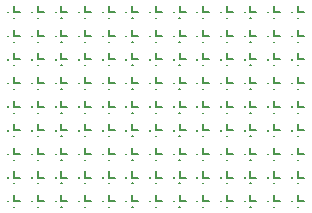
<source format=gto>
G04 #@! TF.GenerationSoftware,KiCad,Pcbnew,9.0.1-9.0.1-0~ubuntu24.04.1*
G04 #@! TF.CreationDate,2025-05-10T10:51:42+02:00*
G04 #@! TF.ProjectId,ILM139C,494c4d31-3339-4432-9e6b-696361645f70,v0.1.0*
G04 #@! TF.SameCoordinates,Original*
G04 #@! TF.FileFunction,Legend,Top*
G04 #@! TF.FilePolarity,Positive*
%FSLAX46Y46*%
G04 Gerber Fmt 4.6, Leading zero omitted, Abs format (unit mm)*
G04 Created by KiCad (PCBNEW 9.0.1-9.0.1-0~ubuntu24.04.1) date 2025-05-10 10:51:42*
%MOMM*%
%LPD*%
G01*
G04 APERTURE LIST*
%ADD10C,0.150000*%
G04 APERTURE END LIST*
D10*
X98500000Y-57980000D02*
X98500000Y-58020000D01*
X98990000Y-58500000D02*
X99020000Y-58500000D01*
X99000000Y-58000000D02*
X99000000Y-57490000D01*
X99510000Y-58000000D02*
X99000000Y-58000000D01*
X102500000Y-51980000D02*
X102500000Y-52020000D01*
X102990000Y-52500000D02*
X103020000Y-52500000D01*
X103000000Y-52000000D02*
X103000000Y-51490000D01*
X103510000Y-52000000D02*
X103000000Y-52000000D01*
X100500000Y-61980000D02*
X100500000Y-62020000D01*
X100990000Y-62500000D02*
X101020000Y-62500000D01*
X101000000Y-62000000D02*
X101000000Y-61490000D01*
X101510000Y-62000000D02*
X101000000Y-62000000D01*
X92500000Y-61980000D02*
X92500000Y-62020000D01*
X92990000Y-62500000D02*
X93020000Y-62500000D01*
X93000000Y-62000000D02*
X93000000Y-61490000D01*
X93510000Y-62000000D02*
X93000000Y-62000000D01*
X94500000Y-61980000D02*
X94500000Y-62020000D01*
X94990000Y-62500000D02*
X95020000Y-62500000D01*
X95000000Y-62000000D02*
X95000000Y-61490000D01*
X95510000Y-62000000D02*
X95000000Y-62000000D01*
X108500000Y-65980000D02*
X108500000Y-66020000D01*
X108990000Y-66500000D02*
X109020000Y-66500000D01*
X109000000Y-66000000D02*
X109000000Y-65490000D01*
X109510000Y-66000000D02*
X109000000Y-66000000D01*
X96500000Y-67980000D02*
X96500000Y-68020000D01*
X96990000Y-68500000D02*
X97020000Y-68500000D01*
X97000000Y-68000000D02*
X97000000Y-67490000D01*
X97510000Y-68000000D02*
X97000000Y-68000000D01*
X108500000Y-67980000D02*
X108500000Y-68020000D01*
X108990000Y-68500000D02*
X109020000Y-68500000D01*
X109000000Y-68000000D02*
X109000000Y-67490000D01*
X109510000Y-68000000D02*
X109000000Y-68000000D01*
X106500000Y-51980000D02*
X106500000Y-52020000D01*
X106990000Y-52500000D02*
X107020000Y-52500000D01*
X107000000Y-52000000D02*
X107000000Y-51490000D01*
X107510000Y-52000000D02*
X107000000Y-52000000D01*
X98500000Y-53980000D02*
X98500000Y-54020000D01*
X98990000Y-54500000D02*
X99020000Y-54500000D01*
X99000000Y-54000000D02*
X99000000Y-53490000D01*
X99510000Y-54000000D02*
X99000000Y-54000000D01*
X100500000Y-57980000D02*
X100500000Y-58020000D01*
X100990000Y-58500000D02*
X101020000Y-58500000D01*
X101000000Y-58000000D02*
X101000000Y-57490000D01*
X101510000Y-58000000D02*
X101000000Y-58000000D01*
X104500000Y-55980000D02*
X104500000Y-56020000D01*
X104990000Y-56500000D02*
X105020000Y-56500000D01*
X105000000Y-56000000D02*
X105000000Y-55490000D01*
X105510000Y-56000000D02*
X105000000Y-56000000D01*
X102500000Y-63980000D02*
X102500000Y-64020000D01*
X102990000Y-64500000D02*
X103020000Y-64500000D01*
X103000000Y-64000000D02*
X103000000Y-63490000D01*
X103510000Y-64000000D02*
X103000000Y-64000000D01*
X108500000Y-63980000D02*
X108500000Y-64020000D01*
X108990000Y-64500000D02*
X109020000Y-64500000D01*
X109000000Y-64000000D02*
X109000000Y-63490000D01*
X109510000Y-64000000D02*
X109000000Y-64000000D01*
X90500000Y-51980000D02*
X90500000Y-52020000D01*
X90990000Y-52500000D02*
X91020000Y-52500000D01*
X91000000Y-52000000D02*
X91000000Y-51490000D01*
X91510000Y-52000000D02*
X91000000Y-52000000D01*
X106500000Y-57980000D02*
X106500000Y-58020000D01*
X106990000Y-58500000D02*
X107020000Y-58500000D01*
X107000000Y-58000000D02*
X107000000Y-57490000D01*
X107510000Y-58000000D02*
X107000000Y-58000000D01*
X104500000Y-67980000D02*
X104500000Y-68020000D01*
X104990000Y-68500000D02*
X105020000Y-68500000D01*
X105000000Y-68000000D02*
X105000000Y-67490000D01*
X105510000Y-68000000D02*
X105000000Y-68000000D01*
X92500000Y-65980000D02*
X92500000Y-66020000D01*
X92990000Y-66500000D02*
X93020000Y-66500000D01*
X93000000Y-66000000D02*
X93000000Y-65490000D01*
X93510000Y-66000000D02*
X93000000Y-66000000D01*
X110500000Y-61980000D02*
X110500000Y-62020000D01*
X110990000Y-62500000D02*
X111020000Y-62500000D01*
X111000000Y-62000000D02*
X111000000Y-61490000D01*
X111510000Y-62000000D02*
X111000000Y-62000000D01*
X96500000Y-57980000D02*
X96500000Y-58020000D01*
X96990000Y-58500000D02*
X97020000Y-58500000D01*
X97000000Y-58000000D02*
X97000000Y-57490000D01*
X97510000Y-58000000D02*
X97000000Y-58000000D01*
X112500000Y-57980000D02*
X112500000Y-58020000D01*
X112990000Y-58500000D02*
X113020000Y-58500000D01*
X113000000Y-58000000D02*
X113000000Y-57490000D01*
X113510000Y-58000000D02*
X113000000Y-58000000D01*
X112500000Y-65980000D02*
X112500000Y-66020000D01*
X112990000Y-66500000D02*
X113020000Y-66500000D01*
X113000000Y-66000000D02*
X113000000Y-65490000D01*
X113510000Y-66000000D02*
X113000000Y-66000000D01*
X98500000Y-65980000D02*
X98500000Y-66020000D01*
X98990000Y-66500000D02*
X99020000Y-66500000D01*
X99000000Y-66000000D02*
X99000000Y-65490000D01*
X99510000Y-66000000D02*
X99000000Y-66000000D01*
X102500000Y-65980000D02*
X102500000Y-66020000D01*
X102990000Y-66500000D02*
X103020000Y-66500000D01*
X103000000Y-66000000D02*
X103000000Y-65490000D01*
X103510000Y-66000000D02*
X103000000Y-66000000D01*
X94500000Y-51980000D02*
X94500000Y-52020000D01*
X94990000Y-52500000D02*
X95020000Y-52500000D01*
X95000000Y-52000000D02*
X95000000Y-51490000D01*
X95510000Y-52000000D02*
X95000000Y-52000000D01*
X102500000Y-67980000D02*
X102500000Y-68020000D01*
X102990000Y-68500000D02*
X103020000Y-68500000D01*
X103000000Y-68000000D02*
X103000000Y-67490000D01*
X103510000Y-68000000D02*
X103000000Y-68000000D01*
X112500000Y-55980000D02*
X112500000Y-56020000D01*
X112990000Y-56500000D02*
X113020000Y-56500000D01*
X113000000Y-56000000D02*
X113000000Y-55490000D01*
X113510000Y-56000000D02*
X113000000Y-56000000D01*
X102500000Y-59980000D02*
X102500000Y-60020000D01*
X102990000Y-60500000D02*
X103020000Y-60500000D01*
X103000000Y-60000000D02*
X103000000Y-59490000D01*
X103510000Y-60000000D02*
X103000000Y-60000000D01*
X100500000Y-51980000D02*
X100500000Y-52020000D01*
X100990000Y-52500000D02*
X101020000Y-52500000D01*
X101000000Y-52000000D02*
X101000000Y-51490000D01*
X101510000Y-52000000D02*
X101000000Y-52000000D01*
X108500000Y-57980000D02*
X108500000Y-58020000D01*
X108990000Y-58500000D02*
X109020000Y-58500000D01*
X109000000Y-58000000D02*
X109000000Y-57490000D01*
X109510000Y-58000000D02*
X109000000Y-58000000D01*
X96500000Y-53980000D02*
X96500000Y-54020000D01*
X96990000Y-54500000D02*
X97020000Y-54500000D01*
X97000000Y-54000000D02*
X97000000Y-53490000D01*
X97510000Y-54000000D02*
X97000000Y-54000000D01*
X114500000Y-55980000D02*
X114500000Y-56020000D01*
X114990000Y-56500000D02*
X115020000Y-56500000D01*
X115000000Y-56000000D02*
X115000000Y-55490000D01*
X115510000Y-56000000D02*
X115000000Y-56000000D01*
X90500000Y-55980000D02*
X90500000Y-56020000D01*
X90990000Y-56500000D02*
X91020000Y-56500000D01*
X91000000Y-56000000D02*
X91000000Y-55490000D01*
X91510000Y-56000000D02*
X91000000Y-56000000D01*
X106500000Y-59980000D02*
X106500000Y-60020000D01*
X106990000Y-60500000D02*
X107020000Y-60500000D01*
X107000000Y-60000000D02*
X107000000Y-59490000D01*
X107510000Y-60000000D02*
X107000000Y-60000000D01*
X112500000Y-59980000D02*
X112500000Y-60020000D01*
X112990000Y-60500000D02*
X113020000Y-60500000D01*
X113000000Y-60000000D02*
X113000000Y-59490000D01*
X113510000Y-60000000D02*
X113000000Y-60000000D01*
X114500000Y-67980000D02*
X114500000Y-68020000D01*
X114990000Y-68500000D02*
X115020000Y-68500000D01*
X115000000Y-68000000D02*
X115000000Y-67490000D01*
X115510000Y-68000000D02*
X115000000Y-68000000D01*
X104500000Y-59980000D02*
X104500000Y-60020000D01*
X104990000Y-60500000D02*
X105020000Y-60500000D01*
X105000000Y-60000000D02*
X105000000Y-59490000D01*
X105510000Y-60000000D02*
X105000000Y-60000000D01*
X100500000Y-59980000D02*
X100500000Y-60020000D01*
X100990000Y-60500000D02*
X101020000Y-60500000D01*
X101000000Y-60000000D02*
X101000000Y-59490000D01*
X101510000Y-60000000D02*
X101000000Y-60000000D01*
X102500000Y-61980000D02*
X102500000Y-62020000D01*
X102990000Y-62500000D02*
X103020000Y-62500000D01*
X103000000Y-62000000D02*
X103000000Y-61490000D01*
X103510000Y-62000000D02*
X103000000Y-62000000D01*
X106500000Y-63980000D02*
X106500000Y-64020000D01*
X106990000Y-64500000D02*
X107020000Y-64500000D01*
X107000000Y-64000000D02*
X107000000Y-63490000D01*
X107510000Y-64000000D02*
X107000000Y-64000000D01*
X114500000Y-61980000D02*
X114500000Y-62020000D01*
X114990000Y-62500000D02*
X115020000Y-62500000D01*
X115000000Y-62000000D02*
X115000000Y-61490000D01*
X115510000Y-62000000D02*
X115000000Y-62000000D01*
X112500000Y-61980000D02*
X112500000Y-62020000D01*
X112990000Y-62500000D02*
X113020000Y-62500000D01*
X113000000Y-62000000D02*
X113000000Y-61490000D01*
X113510000Y-62000000D02*
X113000000Y-62000000D01*
X102500000Y-55980000D02*
X102500000Y-56020000D01*
X102990000Y-56500000D02*
X103020000Y-56500000D01*
X103000000Y-56000000D02*
X103000000Y-55490000D01*
X103510000Y-56000000D02*
X103000000Y-56000000D01*
X110500000Y-55980000D02*
X110500000Y-56020000D01*
X110990000Y-56500000D02*
X111020000Y-56500000D01*
X111000000Y-56000000D02*
X111000000Y-55490000D01*
X111510000Y-56000000D02*
X111000000Y-56000000D01*
X106500000Y-55980000D02*
X106500000Y-56020000D01*
X106990000Y-56500000D02*
X107020000Y-56500000D01*
X107000000Y-56000000D02*
X107000000Y-55490000D01*
X107510000Y-56000000D02*
X107000000Y-56000000D01*
X114500000Y-53980000D02*
X114500000Y-54020000D01*
X114990000Y-54500000D02*
X115020000Y-54500000D01*
X115000000Y-54000000D02*
X115000000Y-53490000D01*
X115510000Y-54000000D02*
X115000000Y-54000000D01*
X92500000Y-63980000D02*
X92500000Y-64020000D01*
X92990000Y-64500000D02*
X93020000Y-64500000D01*
X93000000Y-64000000D02*
X93000000Y-63490000D01*
X93510000Y-64000000D02*
X93000000Y-64000000D01*
X110500000Y-53980000D02*
X110500000Y-54020000D01*
X110990000Y-54500000D02*
X111020000Y-54500000D01*
X111000000Y-54000000D02*
X111000000Y-53490000D01*
X111510000Y-54000000D02*
X111000000Y-54000000D01*
X108500000Y-55980000D02*
X108500000Y-56020000D01*
X108990000Y-56500000D02*
X109020000Y-56500000D01*
X109000000Y-56000000D02*
X109000000Y-55490000D01*
X109510000Y-56000000D02*
X109000000Y-56000000D01*
X110500000Y-59980000D02*
X110500000Y-60020000D01*
X110990000Y-60500000D02*
X111020000Y-60500000D01*
X111000000Y-60000000D02*
X111000000Y-59490000D01*
X111510000Y-60000000D02*
X111000000Y-60000000D01*
X100500000Y-63980000D02*
X100500000Y-64020000D01*
X100990000Y-64500000D02*
X101020000Y-64500000D01*
X101000000Y-64000000D02*
X101000000Y-63490000D01*
X101510000Y-64000000D02*
X101000000Y-64000000D01*
X90500000Y-53980000D02*
X90500000Y-54020000D01*
X90990000Y-54500000D02*
X91020000Y-54500000D01*
X91000000Y-54000000D02*
X91000000Y-53490000D01*
X91510000Y-54000000D02*
X91000000Y-54000000D01*
X98500000Y-61980000D02*
X98500000Y-62020000D01*
X98990000Y-62500000D02*
X99020000Y-62500000D01*
X99000000Y-62000000D02*
X99000000Y-61490000D01*
X99510000Y-62000000D02*
X99000000Y-62000000D01*
X90500000Y-65980000D02*
X90500000Y-66020000D01*
X90990000Y-66500000D02*
X91020000Y-66500000D01*
X91000000Y-66000000D02*
X91000000Y-65490000D01*
X91510000Y-66000000D02*
X91000000Y-66000000D01*
X94500000Y-53980000D02*
X94500000Y-54020000D01*
X94990000Y-54500000D02*
X95020000Y-54500000D01*
X95000000Y-54000000D02*
X95000000Y-53490000D01*
X95510000Y-54000000D02*
X95000000Y-54000000D01*
X104500000Y-63980000D02*
X104500000Y-64020000D01*
X104990000Y-64500000D02*
X105020000Y-64500000D01*
X105000000Y-64000000D02*
X105000000Y-63490000D01*
X105510000Y-64000000D02*
X105000000Y-64000000D01*
X108500000Y-61980000D02*
X108500000Y-62020000D01*
X108990000Y-62500000D02*
X109020000Y-62500000D01*
X109000000Y-62000000D02*
X109000000Y-61490000D01*
X109510000Y-62000000D02*
X109000000Y-62000000D01*
X104500000Y-61980000D02*
X104500000Y-62020000D01*
X104990000Y-62500000D02*
X105020000Y-62500000D01*
X105000000Y-62000000D02*
X105000000Y-61490000D01*
X105510000Y-62000000D02*
X105000000Y-62000000D01*
X98500000Y-55980000D02*
X98500000Y-56020000D01*
X98990000Y-56500000D02*
X99020000Y-56500000D01*
X99000000Y-56000000D02*
X99000000Y-55490000D01*
X99510000Y-56000000D02*
X99000000Y-56000000D01*
X94500000Y-63980000D02*
X94500000Y-64020000D01*
X94990000Y-64500000D02*
X95020000Y-64500000D01*
X95000000Y-64000000D02*
X95000000Y-63490000D01*
X95510000Y-64000000D02*
X95000000Y-64000000D01*
X114500000Y-65980000D02*
X114500000Y-66020000D01*
X114990000Y-66500000D02*
X115020000Y-66500000D01*
X115000000Y-66000000D02*
X115000000Y-65490000D01*
X115510000Y-66000000D02*
X115000000Y-66000000D01*
X114500000Y-63980000D02*
X114500000Y-64020000D01*
X114990000Y-64500000D02*
X115020000Y-64500000D01*
X115000000Y-64000000D02*
X115000000Y-63490000D01*
X115510000Y-64000000D02*
X115000000Y-64000000D01*
X106500000Y-61980000D02*
X106500000Y-62020000D01*
X106990000Y-62500000D02*
X107020000Y-62500000D01*
X107000000Y-62000000D02*
X107000000Y-61490000D01*
X107510000Y-62000000D02*
X107000000Y-62000000D01*
X106500000Y-53980000D02*
X106500000Y-54020000D01*
X106990000Y-54500000D02*
X107020000Y-54500000D01*
X107000000Y-54000000D02*
X107000000Y-53490000D01*
X107510000Y-54000000D02*
X107000000Y-54000000D01*
X100500000Y-53980000D02*
X100500000Y-54020000D01*
X100990000Y-54500000D02*
X101020000Y-54500000D01*
X101000000Y-54000000D02*
X101000000Y-53490000D01*
X101510000Y-54000000D02*
X101000000Y-54000000D01*
X98500000Y-51980000D02*
X98500000Y-52020000D01*
X98990000Y-52500000D02*
X99020000Y-52500000D01*
X99000000Y-52000000D02*
X99000000Y-51490000D01*
X99510000Y-52000000D02*
X99000000Y-52000000D01*
X100500000Y-65980000D02*
X100500000Y-66020000D01*
X100990000Y-66500000D02*
X101020000Y-66500000D01*
X101000000Y-66000000D02*
X101000000Y-65490000D01*
X101510000Y-66000000D02*
X101000000Y-66000000D01*
X110500000Y-63980000D02*
X110500000Y-64020000D01*
X110990000Y-64500000D02*
X111020000Y-64500000D01*
X111000000Y-64000000D02*
X111000000Y-63490000D01*
X111510000Y-64000000D02*
X111000000Y-64000000D01*
X98500000Y-67980000D02*
X98500000Y-68020000D01*
X98990000Y-68500000D02*
X99020000Y-68500000D01*
X99000000Y-68000000D02*
X99000000Y-67490000D01*
X99510000Y-68000000D02*
X99000000Y-68000000D01*
X100500000Y-67980000D02*
X100500000Y-68020000D01*
X100990000Y-68500000D02*
X101020000Y-68500000D01*
X101000000Y-68000000D02*
X101000000Y-67490000D01*
X101510000Y-68000000D02*
X101000000Y-68000000D01*
X114500000Y-59980000D02*
X114500000Y-60020000D01*
X114990000Y-60500000D02*
X115020000Y-60500000D01*
X115000000Y-60000000D02*
X115000000Y-59490000D01*
X115510000Y-60000000D02*
X115000000Y-60000000D01*
X90500000Y-63980000D02*
X90500000Y-64020000D01*
X90990000Y-64500000D02*
X91020000Y-64500000D01*
X91000000Y-64000000D02*
X91000000Y-63490000D01*
X91510000Y-64000000D02*
X91000000Y-64000000D01*
X100500000Y-55980000D02*
X100500000Y-56020000D01*
X100990000Y-56500000D02*
X101020000Y-56500000D01*
X101000000Y-56000000D02*
X101000000Y-55490000D01*
X101510000Y-56000000D02*
X101000000Y-56000000D01*
X114500000Y-51980000D02*
X114500000Y-52020000D01*
X114990000Y-52500000D02*
X115020000Y-52500000D01*
X115000000Y-52000000D02*
X115000000Y-51490000D01*
X115510000Y-52000000D02*
X115000000Y-52000000D01*
X110500000Y-65980000D02*
X110500000Y-66020000D01*
X110990000Y-66500000D02*
X111020000Y-66500000D01*
X111000000Y-66000000D02*
X111000000Y-65490000D01*
X111510000Y-66000000D02*
X111000000Y-66000000D01*
X92500000Y-51980000D02*
X92500000Y-52020000D01*
X92990000Y-52500000D02*
X93020000Y-52500000D01*
X93000000Y-52000000D02*
X93000000Y-51490000D01*
X93510000Y-52000000D02*
X93000000Y-52000000D01*
X94500000Y-59980000D02*
X94500000Y-60020000D01*
X94990000Y-60500000D02*
X95020000Y-60500000D01*
X95000000Y-60000000D02*
X95000000Y-59490000D01*
X95510000Y-60000000D02*
X95000000Y-60000000D01*
X106500000Y-67980000D02*
X106500000Y-68020000D01*
X106990000Y-68500000D02*
X107020000Y-68500000D01*
X107000000Y-68000000D02*
X107000000Y-67490000D01*
X107510000Y-68000000D02*
X107000000Y-68000000D01*
X110500000Y-57980000D02*
X110500000Y-58020000D01*
X110990000Y-58500000D02*
X111020000Y-58500000D01*
X111000000Y-58000000D02*
X111000000Y-57490000D01*
X111510000Y-58000000D02*
X111000000Y-58000000D01*
X94500000Y-67980000D02*
X94500000Y-68020000D01*
X94990000Y-68500000D02*
X95020000Y-68500000D01*
X95000000Y-68000000D02*
X95000000Y-67490000D01*
X95510000Y-68000000D02*
X95000000Y-68000000D01*
X104500000Y-65980000D02*
X104500000Y-66020000D01*
X104990000Y-66500000D02*
X105020000Y-66500000D01*
X105000000Y-66000000D02*
X105000000Y-65490000D01*
X105510000Y-66000000D02*
X105000000Y-66000000D01*
X94500000Y-55980000D02*
X94500000Y-56020000D01*
X94990000Y-56500000D02*
X95020000Y-56500000D01*
X95000000Y-56000000D02*
X95000000Y-55490000D01*
X95510000Y-56000000D02*
X95000000Y-56000000D01*
X112500000Y-53980000D02*
X112500000Y-54020000D01*
X112990000Y-54500000D02*
X113020000Y-54500000D01*
X113000000Y-54000000D02*
X113000000Y-53490000D01*
X113510000Y-54000000D02*
X113000000Y-54000000D01*
X110500000Y-67980000D02*
X110500000Y-68020000D01*
X110990000Y-68500000D02*
X111020000Y-68500000D01*
X111000000Y-68000000D02*
X111000000Y-67490000D01*
X111510000Y-68000000D02*
X111000000Y-68000000D01*
X90500000Y-59980000D02*
X90500000Y-60020000D01*
X90990000Y-60500000D02*
X91020000Y-60500000D01*
X91000000Y-60000000D02*
X91000000Y-59490000D01*
X91510000Y-60000000D02*
X91000000Y-60000000D01*
X104500000Y-51980000D02*
X104500000Y-52020000D01*
X104990000Y-52500000D02*
X105020000Y-52500000D01*
X105000000Y-52000000D02*
X105000000Y-51490000D01*
X105510000Y-52000000D02*
X105000000Y-52000000D01*
X104500000Y-57980000D02*
X104500000Y-58020000D01*
X104990000Y-58500000D02*
X105020000Y-58500000D01*
X105000000Y-58000000D02*
X105000000Y-57490000D01*
X105510000Y-58000000D02*
X105000000Y-58000000D01*
X90500000Y-67980000D02*
X90500000Y-68020000D01*
X90990000Y-68500000D02*
X91020000Y-68500000D01*
X91000000Y-68000000D02*
X91000000Y-67490000D01*
X91510000Y-68000000D02*
X91000000Y-68000000D01*
X110500000Y-51980000D02*
X110500000Y-52020000D01*
X110990000Y-52500000D02*
X111020000Y-52500000D01*
X111000000Y-52000000D02*
X111000000Y-51490000D01*
X111510000Y-52000000D02*
X111000000Y-52000000D01*
X108500000Y-53980000D02*
X108500000Y-54020000D01*
X108990000Y-54500000D02*
X109020000Y-54500000D01*
X109000000Y-54000000D02*
X109000000Y-53490000D01*
X109510000Y-54000000D02*
X109000000Y-54000000D01*
X98500000Y-59980000D02*
X98500000Y-60020000D01*
X98990000Y-60500000D02*
X99020000Y-60500000D01*
X99000000Y-60000000D02*
X99000000Y-59490000D01*
X99510000Y-60000000D02*
X99000000Y-60000000D01*
X96500000Y-51980000D02*
X96500000Y-52020000D01*
X96990000Y-52500000D02*
X97020000Y-52500000D01*
X97000000Y-52000000D02*
X97000000Y-51490000D01*
X97510000Y-52000000D02*
X97000000Y-52000000D01*
X108500000Y-51980000D02*
X108500000Y-52020000D01*
X108990000Y-52500000D02*
X109020000Y-52500000D01*
X109000000Y-52000000D02*
X109000000Y-51490000D01*
X109510000Y-52000000D02*
X109000000Y-52000000D01*
X94500000Y-65980000D02*
X94500000Y-66020000D01*
X94990000Y-66500000D02*
X95020000Y-66500000D01*
X95000000Y-66000000D02*
X95000000Y-65490000D01*
X95510000Y-66000000D02*
X95000000Y-66000000D01*
X94500000Y-57980000D02*
X94500000Y-58020000D01*
X94990000Y-58500000D02*
X95020000Y-58500000D01*
X95000000Y-58000000D02*
X95000000Y-57490000D01*
X95510000Y-58000000D02*
X95000000Y-58000000D01*
X96500000Y-55980000D02*
X96500000Y-56020000D01*
X96990000Y-56500000D02*
X97020000Y-56500000D01*
X97000000Y-56000000D02*
X97000000Y-55490000D01*
X97510000Y-56000000D02*
X97000000Y-56000000D01*
X102500000Y-57980000D02*
X102500000Y-58020000D01*
X102990000Y-58500000D02*
X103020000Y-58500000D01*
X103000000Y-58000000D02*
X103000000Y-57490000D01*
X103510000Y-58000000D02*
X103000000Y-58000000D01*
X92500000Y-53980000D02*
X92500000Y-54020000D01*
X92990000Y-54500000D02*
X93020000Y-54500000D01*
X93000000Y-54000000D02*
X93000000Y-53490000D01*
X93510000Y-54000000D02*
X93000000Y-54000000D01*
X90500000Y-61980000D02*
X90500000Y-62020000D01*
X90990000Y-62500000D02*
X91020000Y-62500000D01*
X91000000Y-62000000D02*
X91000000Y-61490000D01*
X91510000Y-62000000D02*
X91000000Y-62000000D01*
X102500000Y-53980000D02*
X102500000Y-54020000D01*
X102990000Y-54500000D02*
X103020000Y-54500000D01*
X103000000Y-54000000D02*
X103000000Y-53490000D01*
X103510000Y-54000000D02*
X103000000Y-54000000D01*
X114500000Y-57980000D02*
X114500000Y-58020000D01*
X114990000Y-58500000D02*
X115020000Y-58500000D01*
X115000000Y-58000000D02*
X115000000Y-57490000D01*
X115510000Y-58000000D02*
X115000000Y-58000000D01*
X108500000Y-59980000D02*
X108500000Y-60020000D01*
X108990000Y-60500000D02*
X109020000Y-60500000D01*
X109000000Y-60000000D02*
X109000000Y-59490000D01*
X109510000Y-60000000D02*
X109000000Y-60000000D01*
X112500000Y-63980000D02*
X112500000Y-64020000D01*
X112990000Y-64500000D02*
X113020000Y-64500000D01*
X113000000Y-64000000D02*
X113000000Y-63490000D01*
X113510000Y-64000000D02*
X113000000Y-64000000D01*
X98500000Y-63980000D02*
X98500000Y-64020000D01*
X98990000Y-64500000D02*
X99020000Y-64500000D01*
X99000000Y-64000000D02*
X99000000Y-63490000D01*
X99510000Y-64000000D02*
X99000000Y-64000000D01*
X92500000Y-59980000D02*
X92500000Y-60020000D01*
X92990000Y-60500000D02*
X93020000Y-60500000D01*
X93000000Y-60000000D02*
X93000000Y-59490000D01*
X93510000Y-60000000D02*
X93000000Y-60000000D01*
X96500000Y-59980000D02*
X96500000Y-60020000D01*
X96990000Y-60500000D02*
X97020000Y-60500000D01*
X97000000Y-60000000D02*
X97000000Y-59490000D01*
X97510000Y-60000000D02*
X97000000Y-60000000D01*
X106500000Y-65980000D02*
X106500000Y-66020000D01*
X106990000Y-66500000D02*
X107020000Y-66500000D01*
X107000000Y-66000000D02*
X107000000Y-65490000D01*
X107510000Y-66000000D02*
X107000000Y-66000000D01*
X96500000Y-65980000D02*
X96500000Y-66020000D01*
X96990000Y-66500000D02*
X97020000Y-66500000D01*
X97000000Y-66000000D02*
X97000000Y-65490000D01*
X97510000Y-66000000D02*
X97000000Y-66000000D01*
X96500000Y-63980000D02*
X96500000Y-64020000D01*
X96990000Y-64500000D02*
X97020000Y-64500000D01*
X97000000Y-64000000D02*
X97000000Y-63490000D01*
X97510000Y-64000000D02*
X97000000Y-64000000D01*
X104500000Y-53980000D02*
X104500000Y-54020000D01*
X104990000Y-54500000D02*
X105020000Y-54500000D01*
X105000000Y-54000000D02*
X105000000Y-53490000D01*
X105510000Y-54000000D02*
X105000000Y-54000000D01*
X112500000Y-51980000D02*
X112500000Y-52020000D01*
X112990000Y-52500000D02*
X113020000Y-52500000D01*
X113000000Y-52000000D02*
X113000000Y-51490000D01*
X113510000Y-52000000D02*
X113000000Y-52000000D01*
X92500000Y-55980000D02*
X92500000Y-56020000D01*
X92990000Y-56500000D02*
X93020000Y-56500000D01*
X93000000Y-56000000D02*
X93000000Y-55490000D01*
X93510000Y-56000000D02*
X93000000Y-56000000D01*
X96500000Y-61980000D02*
X96500000Y-62020000D01*
X96990000Y-62500000D02*
X97020000Y-62500000D01*
X97000000Y-62000000D02*
X97000000Y-61490000D01*
X97510000Y-62000000D02*
X97000000Y-62000000D01*
X112500000Y-67980000D02*
X112500000Y-68020000D01*
X112990000Y-68500000D02*
X113020000Y-68500000D01*
X113000000Y-68000000D02*
X113000000Y-67490000D01*
X113510000Y-68000000D02*
X113000000Y-68000000D01*
X90500000Y-57980000D02*
X90500000Y-58020000D01*
X90990000Y-58500000D02*
X91020000Y-58500000D01*
X91000000Y-58000000D02*
X91000000Y-57490000D01*
X91510000Y-58000000D02*
X91000000Y-58000000D01*
X92500000Y-67980000D02*
X92500000Y-68020000D01*
X92990000Y-68500000D02*
X93020000Y-68500000D01*
X93000000Y-68000000D02*
X93000000Y-67490000D01*
X93510000Y-68000000D02*
X93000000Y-68000000D01*
X92500000Y-57980000D02*
X92500000Y-58020000D01*
X92990000Y-58500000D02*
X93020000Y-58500000D01*
X93000000Y-58000000D02*
X93000000Y-57490000D01*
X93510000Y-58000000D02*
X93000000Y-58000000D01*
M02*

</source>
